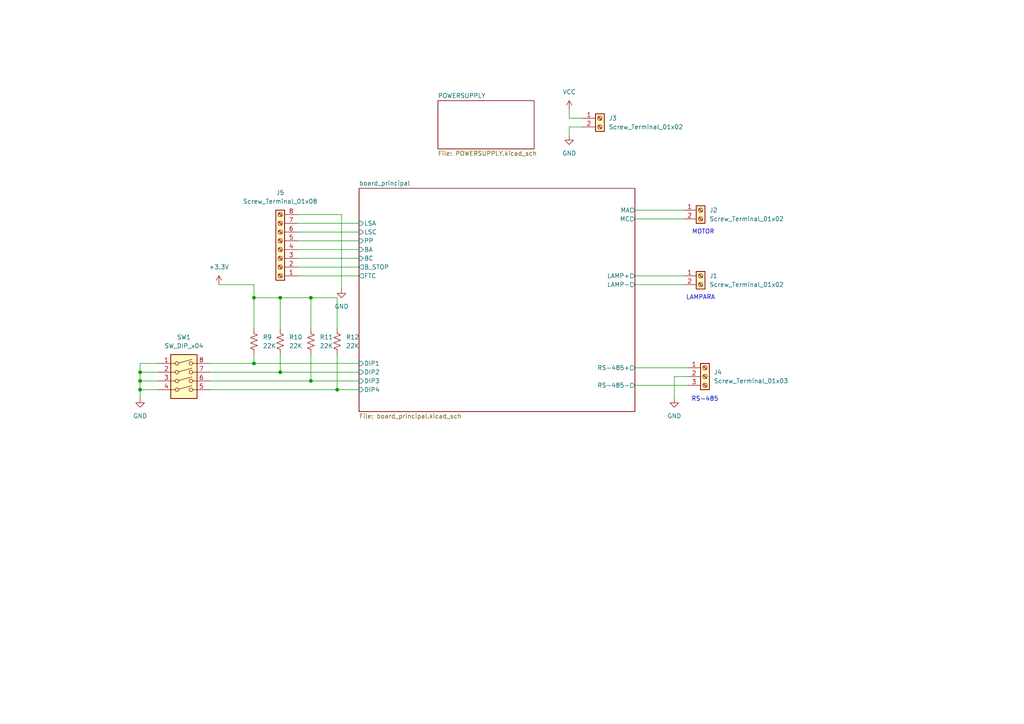
<source format=kicad_sch>
(kicad_sch
	(version 20250114)
	(generator "eeschema")
	(generator_version "9.0")
	(uuid "3dc9151e-2269-486b-a333-294da30e5c12")
	(paper "A4")
	(lib_symbols
		(symbol "Connector:Screw_Terminal_01x02"
			(pin_names
				(offset 1.016)
				(hide yes)
			)
			(exclude_from_sim no)
			(in_bom yes)
			(on_board yes)
			(property "Reference" "J"
				(at 0 2.54 0)
				(effects
					(font
						(size 1.27 1.27)
					)
				)
			)
			(property "Value" "Screw_Terminal_01x02"
				(at 0 -5.08 0)
				(effects
					(font
						(size 1.27 1.27)
					)
				)
			)
			(property "Footprint" ""
				(at 0 0 0)
				(effects
					(font
						(size 1.27 1.27)
					)
					(hide yes)
				)
			)
			(property "Datasheet" "~"
				(at 0 0 0)
				(effects
					(font
						(size 1.27 1.27)
					)
					(hide yes)
				)
			)
			(property "Description" "Generic screw terminal, single row, 01x02, script generated (kicad-library-utils/schlib/autogen/connector/)"
				(at 0 0 0)
				(effects
					(font
						(size 1.27 1.27)
					)
					(hide yes)
				)
			)
			(property "ki_keywords" "screw terminal"
				(at 0 0 0)
				(effects
					(font
						(size 1.27 1.27)
					)
					(hide yes)
				)
			)
			(property "ki_fp_filters" "TerminalBlock*:*"
				(at 0 0 0)
				(effects
					(font
						(size 1.27 1.27)
					)
					(hide yes)
				)
			)
			(symbol "Screw_Terminal_01x02_1_1"
				(rectangle
					(start -1.27 1.27)
					(end 1.27 -3.81)
					(stroke
						(width 0.254)
						(type default)
					)
					(fill
						(type background)
					)
				)
				(polyline
					(pts
						(xy -0.5334 0.3302) (xy 0.3302 -0.508)
					)
					(stroke
						(width 0.1524)
						(type default)
					)
					(fill
						(type none)
					)
				)
				(polyline
					(pts
						(xy -0.5334 -2.2098) (xy 0.3302 -3.048)
					)
					(stroke
						(width 0.1524)
						(type default)
					)
					(fill
						(type none)
					)
				)
				(polyline
					(pts
						(xy -0.3556 0.508) (xy 0.508 -0.3302)
					)
					(stroke
						(width 0.1524)
						(type default)
					)
					(fill
						(type none)
					)
				)
				(polyline
					(pts
						(xy -0.3556 -2.032) (xy 0.508 -2.8702)
					)
					(stroke
						(width 0.1524)
						(type default)
					)
					(fill
						(type none)
					)
				)
				(circle
					(center 0 0)
					(radius 0.635)
					(stroke
						(width 0.1524)
						(type default)
					)
					(fill
						(type none)
					)
				)
				(circle
					(center 0 -2.54)
					(radius 0.635)
					(stroke
						(width 0.1524)
						(type default)
					)
					(fill
						(type none)
					)
				)
				(pin passive line
					(at -5.08 0 0)
					(length 3.81)
					(name "Pin_1"
						(effects
							(font
								(size 1.27 1.27)
							)
						)
					)
					(number "1"
						(effects
							(font
								(size 1.27 1.27)
							)
						)
					)
				)
				(pin passive line
					(at -5.08 -2.54 0)
					(length 3.81)
					(name "Pin_2"
						(effects
							(font
								(size 1.27 1.27)
							)
						)
					)
					(number "2"
						(effects
							(font
								(size 1.27 1.27)
							)
						)
					)
				)
			)
			(embedded_fonts no)
		)
		(symbol "Connector:Screw_Terminal_01x03"
			(pin_names
				(offset 1.016)
				(hide yes)
			)
			(exclude_from_sim no)
			(in_bom yes)
			(on_board yes)
			(property "Reference" "J"
				(at 0 5.08 0)
				(effects
					(font
						(size 1.27 1.27)
					)
				)
			)
			(property "Value" "Screw_Terminal_01x03"
				(at 0 -5.08 0)
				(effects
					(font
						(size 1.27 1.27)
					)
				)
			)
			(property "Footprint" ""
				(at 0 0 0)
				(effects
					(font
						(size 1.27 1.27)
					)
					(hide yes)
				)
			)
			(property "Datasheet" "~"
				(at 0 0 0)
				(effects
					(font
						(size 1.27 1.27)
					)
					(hide yes)
				)
			)
			(property "Description" "Generic screw terminal, single row, 01x03, script generated (kicad-library-utils/schlib/autogen/connector/)"
				(at 0 0 0)
				(effects
					(font
						(size 1.27 1.27)
					)
					(hide yes)
				)
			)
			(property "ki_keywords" "screw terminal"
				(at 0 0 0)
				(effects
					(font
						(size 1.27 1.27)
					)
					(hide yes)
				)
			)
			(property "ki_fp_filters" "TerminalBlock*:*"
				(at 0 0 0)
				(effects
					(font
						(size 1.27 1.27)
					)
					(hide yes)
				)
			)
			(symbol "Screw_Terminal_01x03_1_1"
				(rectangle
					(start -1.27 3.81)
					(end 1.27 -3.81)
					(stroke
						(width 0.254)
						(type default)
					)
					(fill
						(type background)
					)
				)
				(polyline
					(pts
						(xy -0.5334 2.8702) (xy 0.3302 2.032)
					)
					(stroke
						(width 0.1524)
						(type default)
					)
					(fill
						(type none)
					)
				)
				(polyline
					(pts
						(xy -0.5334 0.3302) (xy 0.3302 -0.508)
					)
					(stroke
						(width 0.1524)
						(type default)
					)
					(fill
						(type none)
					)
				)
				(polyline
					(pts
						(xy -0.5334 -2.2098) (xy 0.3302 -3.048)
					)
					(stroke
						(width 0.1524)
						(type default)
					)
					(fill
						(type none)
					)
				)
				(polyline
					(pts
						(xy -0.3556 3.048) (xy 0.508 2.2098)
					)
					(stroke
						(width 0.1524)
						(type default)
					)
					(fill
						(type none)
					)
				)
				(polyline
					(pts
						(xy -0.3556 0.508) (xy 0.508 -0.3302)
					)
					(stroke
						(width 0.1524)
						(type default)
					)
					(fill
						(type none)
					)
				)
				(polyline
					(pts
						(xy -0.3556 -2.032) (xy 0.508 -2.8702)
					)
					(stroke
						(width 0.1524)
						(type default)
					)
					(fill
						(type none)
					)
				)
				(circle
					(center 0 2.54)
					(radius 0.635)
					(stroke
						(width 0.1524)
						(type default)
					)
					(fill
						(type none)
					)
				)
				(circle
					(center 0 0)
					(radius 0.635)
					(stroke
						(width 0.1524)
						(type default)
					)
					(fill
						(type none)
					)
				)
				(circle
					(center 0 -2.54)
					(radius 0.635)
					(stroke
						(width 0.1524)
						(type default)
					)
					(fill
						(type none)
					)
				)
				(pin passive line
					(at -5.08 2.54 0)
					(length 3.81)
					(name "Pin_1"
						(effects
							(font
								(size 1.27 1.27)
							)
						)
					)
					(number "1"
						(effects
							(font
								(size 1.27 1.27)
							)
						)
					)
				)
				(pin passive line
					(at -5.08 0 0)
					(length 3.81)
					(name "Pin_2"
						(effects
							(font
								(size 1.27 1.27)
							)
						)
					)
					(number "2"
						(effects
							(font
								(size 1.27 1.27)
							)
						)
					)
				)
				(pin passive line
					(at -5.08 -2.54 0)
					(length 3.81)
					(name "Pin_3"
						(effects
							(font
								(size 1.27 1.27)
							)
						)
					)
					(number "3"
						(effects
							(font
								(size 1.27 1.27)
							)
						)
					)
				)
			)
			(embedded_fonts no)
		)
		(symbol "Connector:Screw_Terminal_01x08"
			(pin_names
				(offset 1.016)
				(hide yes)
			)
			(exclude_from_sim no)
			(in_bom yes)
			(on_board yes)
			(property "Reference" "J"
				(at 0 10.16 0)
				(effects
					(font
						(size 1.27 1.27)
					)
				)
			)
			(property "Value" "Screw_Terminal_01x08"
				(at 0 -12.7 0)
				(effects
					(font
						(size 1.27 1.27)
					)
				)
			)
			(property "Footprint" ""
				(at 0 0 0)
				(effects
					(font
						(size 1.27 1.27)
					)
					(hide yes)
				)
			)
			(property "Datasheet" "~"
				(at 0 0 0)
				(effects
					(font
						(size 1.27 1.27)
					)
					(hide yes)
				)
			)
			(property "Description" "Generic screw terminal, single row, 01x08, script generated (kicad-library-utils/schlib/autogen/connector/)"
				(at 0 0 0)
				(effects
					(font
						(size 1.27 1.27)
					)
					(hide yes)
				)
			)
			(property "ki_keywords" "screw terminal"
				(at 0 0 0)
				(effects
					(font
						(size 1.27 1.27)
					)
					(hide yes)
				)
			)
			(property "ki_fp_filters" "TerminalBlock*:*"
				(at 0 0 0)
				(effects
					(font
						(size 1.27 1.27)
					)
					(hide yes)
				)
			)
			(symbol "Screw_Terminal_01x08_1_1"
				(rectangle
					(start -1.27 8.89)
					(end 1.27 -11.43)
					(stroke
						(width 0.254)
						(type default)
					)
					(fill
						(type background)
					)
				)
				(polyline
					(pts
						(xy -0.5334 7.9502) (xy 0.3302 7.112)
					)
					(stroke
						(width 0.1524)
						(type default)
					)
					(fill
						(type none)
					)
				)
				(polyline
					(pts
						(xy -0.5334 5.4102) (xy 0.3302 4.572)
					)
					(stroke
						(width 0.1524)
						(type default)
					)
					(fill
						(type none)
					)
				)
				(polyline
					(pts
						(xy -0.5334 2.8702) (xy 0.3302 2.032)
					)
					(stroke
						(width 0.1524)
						(type default)
					)
					(fill
						(type none)
					)
				)
				(polyline
					(pts
						(xy -0.5334 0.3302) (xy 0.3302 -0.508)
					)
					(stroke
						(width 0.1524)
						(type default)
					)
					(fill
						(type none)
					)
				)
				(polyline
					(pts
						(xy -0.5334 -2.2098) (xy 0.3302 -3.048)
					)
					(stroke
						(width 0.1524)
						(type default)
					)
					(fill
						(type none)
					)
				)
				(polyline
					(pts
						(xy -0.5334 -4.7498) (xy 0.3302 -5.588)
					)
					(stroke
						(width 0.1524)
						(type default)
					)
					(fill
						(type none)
					)
				)
				(polyline
					(pts
						(xy -0.5334 -7.2898) (xy 0.3302 -8.128)
					)
					(stroke
						(width 0.1524)
						(type default)
					)
					(fill
						(type none)
					)
				)
				(polyline
					(pts
						(xy -0.5334 -9.8298) (xy 0.3302 -10.668)
					)
					(stroke
						(width 0.1524)
						(type default)
					)
					(fill
						(type none)
					)
				)
				(polyline
					(pts
						(xy -0.3556 8.128) (xy 0.508 7.2898)
					)
					(stroke
						(width 0.1524)
						(type default)
					)
					(fill
						(type none)
					)
				)
				(polyline
					(pts
						(xy -0.3556 5.588) (xy 0.508 4.7498)
					)
					(stroke
						(width 0.1524)
						(type default)
					)
					(fill
						(type none)
					)
				)
				(polyline
					(pts
						(xy -0.3556 3.048) (xy 0.508 2.2098)
					)
					(stroke
						(width 0.1524)
						(type default)
					)
					(fill
						(type none)
					)
				)
				(polyline
					(pts
						(xy -0.3556 0.508) (xy 0.508 -0.3302)
					)
					(stroke
						(width 0.1524)
						(type default)
					)
					(fill
						(type none)
					)
				)
				(polyline
					(pts
						(xy -0.3556 -2.032) (xy 0.508 -2.8702)
					)
					(stroke
						(width 0.1524)
						(type default)
					)
					(fill
						(type none)
					)
				)
				(polyline
					(pts
						(xy -0.3556 -4.572) (xy 0.508 -5.4102)
					)
					(stroke
						(width 0.1524)
						(type default)
					)
					(fill
						(type none)
					)
				)
				(polyline
					(pts
						(xy -0.3556 -7.112) (xy 0.508 -7.9502)
					)
					(stroke
						(width 0.1524)
						(type default)
					)
					(fill
						(type none)
					)
				)
				(polyline
					(pts
						(xy -0.3556 -9.652) (xy 0.508 -10.4902)
					)
					(stroke
						(width 0.1524)
						(type default)
					)
					(fill
						(type none)
					)
				)
				(circle
					(center 0 7.62)
					(radius 0.635)
					(stroke
						(width 0.1524)
						(type default)
					)
					(fill
						(type none)
					)
				)
				(circle
					(center 0 5.08)
					(radius 0.635)
					(stroke
						(width 0.1524)
						(type default)
					)
					(fill
						(type none)
					)
				)
				(circle
					(center 0 2.54)
					(radius 0.635)
					(stroke
						(width 0.1524)
						(type default)
					)
					(fill
						(type none)
					)
				)
				(circle
					(center 0 0)
					(radius 0.635)
					(stroke
						(width 0.1524)
						(type default)
					)
					(fill
						(type none)
					)
				)
				(circle
					(center 0 -2.54)
					(radius 0.635)
					(stroke
						(width 0.1524)
						(type default)
					)
					(fill
						(type none)
					)
				)
				(circle
					(center 0 -5.08)
					(radius 0.635)
					(stroke
						(width 0.1524)
						(type default)
					)
					(fill
						(type none)
					)
				)
				(circle
					(center 0 -7.62)
					(radius 0.635)
					(stroke
						(width 0.1524)
						(type default)
					)
					(fill
						(type none)
					)
				)
				(circle
					(center 0 -10.16)
					(radius 0.635)
					(stroke
						(width 0.1524)
						(type default)
					)
					(fill
						(type none)
					)
				)
				(pin passive line
					(at -5.08 7.62 0)
					(length 3.81)
					(name "Pin_1"
						(effects
							(font
								(size 1.27 1.27)
							)
						)
					)
					(number "1"
						(effects
							(font
								(size 1.27 1.27)
							)
						)
					)
				)
				(pin passive line
					(at -5.08 5.08 0)
					(length 3.81)
					(name "Pin_2"
						(effects
							(font
								(size 1.27 1.27)
							)
						)
					)
					(number "2"
						(effects
							(font
								(size 1.27 1.27)
							)
						)
					)
				)
				(pin passive line
					(at -5.08 2.54 0)
					(length 3.81)
					(name "Pin_3"
						(effects
							(font
								(size 1.27 1.27)
							)
						)
					)
					(number "3"
						(effects
							(font
								(size 1.27 1.27)
							)
						)
					)
				)
				(pin passive line
					(at -5.08 0 0)
					(length 3.81)
					(name "Pin_4"
						(effects
							(font
								(size 1.27 1.27)
							)
						)
					)
					(number "4"
						(effects
							(font
								(size 1.27 1.27)
							)
						)
					)
				)
				(pin passive line
					(at -5.08 -2.54 0)
					(length 3.81)
					(name "Pin_5"
						(effects
							(font
								(size 1.27 1.27)
							)
						)
					)
					(number "5"
						(effects
							(font
								(size 1.27 1.27)
							)
						)
					)
				)
				(pin passive line
					(at -5.08 -5.08 0)
					(length 3.81)
					(name "Pin_6"
						(effects
							(font
								(size 1.27 1.27)
							)
						)
					)
					(number "6"
						(effects
							(font
								(size 1.27 1.27)
							)
						)
					)
				)
				(pin passive line
					(at -5.08 -7.62 0)
					(length 3.81)
					(name "Pin_7"
						(effects
							(font
								(size 1.27 1.27)
							)
						)
					)
					(number "7"
						(effects
							(font
								(size 1.27 1.27)
							)
						)
					)
				)
				(pin passive line
					(at -5.08 -10.16 0)
					(length 3.81)
					(name "Pin_8"
						(effects
							(font
								(size 1.27 1.27)
							)
						)
					)
					(number "8"
						(effects
							(font
								(size 1.27 1.27)
							)
						)
					)
				)
			)
			(embedded_fonts no)
		)
		(symbol "Device:R_US"
			(pin_numbers
				(hide yes)
			)
			(pin_names
				(offset 0)
			)
			(exclude_from_sim no)
			(in_bom yes)
			(on_board yes)
			(property "Reference" "R"
				(at 2.54 0 90)
				(effects
					(font
						(size 1.27 1.27)
					)
				)
			)
			(property "Value" "R_US"
				(at -2.54 0 90)
				(effects
					(font
						(size 1.27 1.27)
					)
				)
			)
			(property "Footprint" ""
				(at 1.016 -0.254 90)
				(effects
					(font
						(size 1.27 1.27)
					)
					(hide yes)
				)
			)
			(property "Datasheet" "~"
				(at 0 0 0)
				(effects
					(font
						(size 1.27 1.27)
					)
					(hide yes)
				)
			)
			(property "Description" "Resistor, US symbol"
				(at 0 0 0)
				(effects
					(font
						(size 1.27 1.27)
					)
					(hide yes)
				)
			)
			(property "ki_keywords" "R res resistor"
				(at 0 0 0)
				(effects
					(font
						(size 1.27 1.27)
					)
					(hide yes)
				)
			)
			(property "ki_fp_filters" "R_*"
				(at 0 0 0)
				(effects
					(font
						(size 1.27 1.27)
					)
					(hide yes)
				)
			)
			(symbol "R_US_0_1"
				(polyline
					(pts
						(xy 0 2.286) (xy 0 2.54)
					)
					(stroke
						(width 0)
						(type default)
					)
					(fill
						(type none)
					)
				)
				(polyline
					(pts
						(xy 0 2.286) (xy 1.016 1.905) (xy 0 1.524) (xy -1.016 1.143) (xy 0 0.762)
					)
					(stroke
						(width 0)
						(type default)
					)
					(fill
						(type none)
					)
				)
				(polyline
					(pts
						(xy 0 0.762) (xy 1.016 0.381) (xy 0 0) (xy -1.016 -0.381) (xy 0 -0.762)
					)
					(stroke
						(width 0)
						(type default)
					)
					(fill
						(type none)
					)
				)
				(polyline
					(pts
						(xy 0 -0.762) (xy 1.016 -1.143) (xy 0 -1.524) (xy -1.016 -1.905) (xy 0 -2.286)
					)
					(stroke
						(width 0)
						(type default)
					)
					(fill
						(type none)
					)
				)
				(polyline
					(pts
						(xy 0 -2.286) (xy 0 -2.54)
					)
					(stroke
						(width 0)
						(type default)
					)
					(fill
						(type none)
					)
				)
			)
			(symbol "R_US_1_1"
				(pin passive line
					(at 0 3.81 270)
					(length 1.27)
					(name "~"
						(effects
							(font
								(size 1.27 1.27)
							)
						)
					)
					(number "1"
						(effects
							(font
								(size 1.27 1.27)
							)
						)
					)
				)
				(pin passive line
					(at 0 -3.81 90)
					(length 1.27)
					(name "~"
						(effects
							(font
								(size 1.27 1.27)
							)
						)
					)
					(number "2"
						(effects
							(font
								(size 1.27 1.27)
							)
						)
					)
				)
			)
			(embedded_fonts no)
		)
		(symbol "Switch:SW_DIP_x04"
			(pin_names
				(offset 0)
				(hide yes)
			)
			(exclude_from_sim no)
			(in_bom yes)
			(on_board yes)
			(property "Reference" "SW"
				(at 0 8.89 0)
				(effects
					(font
						(size 1.27 1.27)
					)
				)
			)
			(property "Value" "SW_DIP_x04"
				(at 0 -6.35 0)
				(effects
					(font
						(size 1.27 1.27)
					)
				)
			)
			(property "Footprint" ""
				(at 0 0 0)
				(effects
					(font
						(size 1.27 1.27)
					)
					(hide yes)
				)
			)
			(property "Datasheet" "~"
				(at 0 0 0)
				(effects
					(font
						(size 1.27 1.27)
					)
					(hide yes)
				)
			)
			(property "Description" "4x DIP Switch, Single Pole Single Throw (SPST) switch, small symbol"
				(at 0 0 0)
				(effects
					(font
						(size 1.27 1.27)
					)
					(hide yes)
				)
			)
			(property "ki_keywords" "dip switch"
				(at 0 0 0)
				(effects
					(font
						(size 1.27 1.27)
					)
					(hide yes)
				)
			)
			(property "ki_fp_filters" "SW?DIP?x4*"
				(at 0 0 0)
				(effects
					(font
						(size 1.27 1.27)
					)
					(hide yes)
				)
			)
			(symbol "SW_DIP_x04_0_0"
				(circle
					(center -2.032 5.08)
					(radius 0.508)
					(stroke
						(width 0)
						(type default)
					)
					(fill
						(type none)
					)
				)
				(circle
					(center -2.032 2.54)
					(radius 0.508)
					(stroke
						(width 0)
						(type default)
					)
					(fill
						(type none)
					)
				)
				(circle
					(center -2.032 0)
					(radius 0.508)
					(stroke
						(width 0)
						(type default)
					)
					(fill
						(type none)
					)
				)
				(circle
					(center -2.032 -2.54)
					(radius 0.508)
					(stroke
						(width 0)
						(type default)
					)
					(fill
						(type none)
					)
				)
				(polyline
					(pts
						(xy -1.524 5.207) (xy 2.3622 6.2484)
					)
					(stroke
						(width 0)
						(type default)
					)
					(fill
						(type none)
					)
				)
				(polyline
					(pts
						(xy -1.524 2.667) (xy 2.3622 3.7084)
					)
					(stroke
						(width 0)
						(type default)
					)
					(fill
						(type none)
					)
				)
				(polyline
					(pts
						(xy -1.524 0.127) (xy 2.3622 1.1684)
					)
					(stroke
						(width 0)
						(type default)
					)
					(fill
						(type none)
					)
				)
				(polyline
					(pts
						(xy -1.524 -2.3876) (xy 2.3622 -1.3462)
					)
					(stroke
						(width 0)
						(type default)
					)
					(fill
						(type none)
					)
				)
				(circle
					(center 2.032 5.08)
					(radius 0.508)
					(stroke
						(width 0)
						(type default)
					)
					(fill
						(type none)
					)
				)
				(circle
					(center 2.032 2.54)
					(radius 0.508)
					(stroke
						(width 0)
						(type default)
					)
					(fill
						(type none)
					)
				)
				(circle
					(center 2.032 0)
					(radius 0.508)
					(stroke
						(width 0)
						(type default)
					)
					(fill
						(type none)
					)
				)
				(circle
					(center 2.032 -2.54)
					(radius 0.508)
					(stroke
						(width 0)
						(type default)
					)
					(fill
						(type none)
					)
				)
			)
			(symbol "SW_DIP_x04_0_1"
				(rectangle
					(start -3.81 7.62)
					(end 3.81 -5.08)
					(stroke
						(width 0.254)
						(type default)
					)
					(fill
						(type background)
					)
				)
			)
			(symbol "SW_DIP_x04_1_1"
				(pin passive line
					(at -7.62 5.08 0)
					(length 5.08)
					(name "~"
						(effects
							(font
								(size 1.27 1.27)
							)
						)
					)
					(number "1"
						(effects
							(font
								(size 1.27 1.27)
							)
						)
					)
				)
				(pin passive line
					(at -7.62 2.54 0)
					(length 5.08)
					(name "~"
						(effects
							(font
								(size 1.27 1.27)
							)
						)
					)
					(number "2"
						(effects
							(font
								(size 1.27 1.27)
							)
						)
					)
				)
				(pin passive line
					(at -7.62 0 0)
					(length 5.08)
					(name "~"
						(effects
							(font
								(size 1.27 1.27)
							)
						)
					)
					(number "3"
						(effects
							(font
								(size 1.27 1.27)
							)
						)
					)
				)
				(pin passive line
					(at -7.62 -2.54 0)
					(length 5.08)
					(name "~"
						(effects
							(font
								(size 1.27 1.27)
							)
						)
					)
					(number "4"
						(effects
							(font
								(size 1.27 1.27)
							)
						)
					)
				)
				(pin passive line
					(at 7.62 5.08 180)
					(length 5.08)
					(name "~"
						(effects
							(font
								(size 1.27 1.27)
							)
						)
					)
					(number "8"
						(effects
							(font
								(size 1.27 1.27)
							)
						)
					)
				)
				(pin passive line
					(at 7.62 2.54 180)
					(length 5.08)
					(name "~"
						(effects
							(font
								(size 1.27 1.27)
							)
						)
					)
					(number "7"
						(effects
							(font
								(size 1.27 1.27)
							)
						)
					)
				)
				(pin passive line
					(at 7.62 0 180)
					(length 5.08)
					(name "~"
						(effects
							(font
								(size 1.27 1.27)
							)
						)
					)
					(number "6"
						(effects
							(font
								(size 1.27 1.27)
							)
						)
					)
				)
				(pin passive line
					(at 7.62 -2.54 180)
					(length 5.08)
					(name "~"
						(effects
							(font
								(size 1.27 1.27)
							)
						)
					)
					(number "5"
						(effects
							(font
								(size 1.27 1.27)
							)
						)
					)
				)
			)
			(embedded_fonts no)
		)
		(symbol "power:+3.3V"
			(power)
			(pin_numbers
				(hide yes)
			)
			(pin_names
				(offset 0)
				(hide yes)
			)
			(exclude_from_sim no)
			(in_bom yes)
			(on_board yes)
			(property "Reference" "#PWR"
				(at 0 -3.81 0)
				(effects
					(font
						(size 1.27 1.27)
					)
					(hide yes)
				)
			)
			(property "Value" "+3.3V"
				(at 0 3.556 0)
				(effects
					(font
						(size 1.27 1.27)
					)
				)
			)
			(property "Footprint" ""
				(at 0 0 0)
				(effects
					(font
						(size 1.27 1.27)
					)
					(hide yes)
				)
			)
			(property "Datasheet" ""
				(at 0 0 0)
				(effects
					(font
						(size 1.27 1.27)
					)
					(hide yes)
				)
			)
			(property "Description" "Power symbol creates a global label with name \"+3.3V\""
				(at 0 0 0)
				(effects
					(font
						(size 1.27 1.27)
					)
					(hide yes)
				)
			)
			(property "ki_keywords" "global power"
				(at 0 0 0)
				(effects
					(font
						(size 1.27 1.27)
					)
					(hide yes)
				)
			)
			(symbol "+3.3V_0_1"
				(polyline
					(pts
						(xy -0.762 1.27) (xy 0 2.54)
					)
					(stroke
						(width 0)
						(type default)
					)
					(fill
						(type none)
					)
				)
				(polyline
					(pts
						(xy 0 2.54) (xy 0.762 1.27)
					)
					(stroke
						(width 0)
						(type default)
					)
					(fill
						(type none)
					)
				)
				(polyline
					(pts
						(xy 0 0) (xy 0 2.54)
					)
					(stroke
						(width 0)
						(type default)
					)
					(fill
						(type none)
					)
				)
			)
			(symbol "+3.3V_1_1"
				(pin power_in line
					(at 0 0 90)
					(length 0)
					(name "~"
						(effects
							(font
								(size 1.27 1.27)
							)
						)
					)
					(number "1"
						(effects
							(font
								(size 1.27 1.27)
							)
						)
					)
				)
			)
			(embedded_fonts no)
		)
		(symbol "power:GND"
			(power)
			(pin_numbers
				(hide yes)
			)
			(pin_names
				(offset 0)
				(hide yes)
			)
			(exclude_from_sim no)
			(in_bom yes)
			(on_board yes)
			(property "Reference" "#PWR"
				(at 0 -6.35 0)
				(effects
					(font
						(size 1.27 1.27)
					)
					(hide yes)
				)
			)
			(property "Value" "GND"
				(at 0 -3.81 0)
				(effects
					(font
						(size 1.27 1.27)
					)
				)
			)
			(property "Footprint" ""
				(at 0 0 0)
				(effects
					(font
						(size 1.27 1.27)
					)
					(hide yes)
				)
			)
			(property "Datasheet" ""
				(at 0 0 0)
				(effects
					(font
						(size 1.27 1.27)
					)
					(hide yes)
				)
			)
			(property "Description" "Power symbol creates a global label with name \"GND\" , ground"
				(at 0 0 0)
				(effects
					(font
						(size 1.27 1.27)
					)
					(hide yes)
				)
			)
			(property "ki_keywords" "global power"
				(at 0 0 0)
				(effects
					(font
						(size 1.27 1.27)
					)
					(hide yes)
				)
			)
			(symbol "GND_0_1"
				(polyline
					(pts
						(xy 0 0) (xy 0 -1.27) (xy 1.27 -1.27) (xy 0 -2.54) (xy -1.27 -1.27) (xy 0 -1.27)
					)
					(stroke
						(width 0)
						(type default)
					)
					(fill
						(type none)
					)
				)
			)
			(symbol "GND_1_1"
				(pin power_in line
					(at 0 0 270)
					(length 0)
					(name "~"
						(effects
							(font
								(size 1.27 1.27)
							)
						)
					)
					(number "1"
						(effects
							(font
								(size 1.27 1.27)
							)
						)
					)
				)
			)
			(embedded_fonts no)
		)
		(symbol "power:VCC"
			(power)
			(pin_numbers
				(hide yes)
			)
			(pin_names
				(offset 0)
				(hide yes)
			)
			(exclude_from_sim no)
			(in_bom yes)
			(on_board yes)
			(property "Reference" "#PWR"
				(at 0 -3.81 0)
				(effects
					(font
						(size 1.27 1.27)
					)
					(hide yes)
				)
			)
			(property "Value" "VCC"
				(at 0 3.556 0)
				(effects
					(font
						(size 1.27 1.27)
					)
				)
			)
			(property "Footprint" ""
				(at 0 0 0)
				(effects
					(font
						(size 1.27 1.27)
					)
					(hide yes)
				)
			)
			(property "Datasheet" ""
				(at 0 0 0)
				(effects
					(font
						(size 1.27 1.27)
					)
					(hide yes)
				)
			)
			(property "Description" "Power symbol creates a global label with name \"VCC\""
				(at 0 0 0)
				(effects
					(font
						(size 1.27 1.27)
					)
					(hide yes)
				)
			)
			(property "ki_keywords" "global power"
				(at 0 0 0)
				(effects
					(font
						(size 1.27 1.27)
					)
					(hide yes)
				)
			)
			(symbol "VCC_0_1"
				(polyline
					(pts
						(xy -0.762 1.27) (xy 0 2.54)
					)
					(stroke
						(width 0)
						(type default)
					)
					(fill
						(type none)
					)
				)
				(polyline
					(pts
						(xy 0 2.54) (xy 0.762 1.27)
					)
					(stroke
						(width 0)
						(type default)
					)
					(fill
						(type none)
					)
				)
				(polyline
					(pts
						(xy 0 0) (xy 0 2.54)
					)
					(stroke
						(width 0)
						(type default)
					)
					(fill
						(type none)
					)
				)
			)
			(symbol "VCC_1_1"
				(pin power_in line
					(at 0 0 90)
					(length 0)
					(name "~"
						(effects
							(font
								(size 1.27 1.27)
							)
						)
					)
					(number "1"
						(effects
							(font
								(size 1.27 1.27)
							)
						)
					)
				)
			)
			(embedded_fonts no)
		)
	)
	(text "LAMPARA\n"
		(exclude_from_sim no)
		(at 203.2 86.36 0)
		(effects
			(font
				(size 1.27 1.27)
			)
		)
		(uuid "7527526b-5933-4505-ba9c-f2ed51149138")
	)
	(text "RS-485\n"
		(exclude_from_sim no)
		(at 204.47 115.824 0)
		(effects
			(font
				(size 1.27 1.27)
			)
		)
		(uuid "b171a821-ddc0-4bb7-b1ef-5ceb80a1e802")
	)
	(text "MOTOR\n"
		(exclude_from_sim no)
		(at 203.962 67.31 0)
		(effects
			(font
				(size 1.27 1.27)
			)
		)
		(uuid "f52ea36f-03b1-43ef-8e9f-1cdac815f7c5")
	)
	(junction
		(at 81.28 107.95)
		(diameter 0)
		(color 0 0 0 0)
		(uuid "37f88162-094f-448f-b7ca-73ebd61e3996")
	)
	(junction
		(at 90.17 110.49)
		(diameter 0)
		(color 0 0 0 0)
		(uuid "504f079e-8e21-41f0-9ab5-5ca604ba0960")
	)
	(junction
		(at 81.28 86.36)
		(diameter 0)
		(color 0 0 0 0)
		(uuid "805f651c-4d0d-425c-ad1c-d63c36445108")
	)
	(junction
		(at 73.66 105.41)
		(diameter 0)
		(color 0 0 0 0)
		(uuid "8f78242d-6231-4bde-ac4c-770e07c363b9")
	)
	(junction
		(at 97.79 113.03)
		(diameter 0)
		(color 0 0 0 0)
		(uuid "c0c390d5-f192-4992-8467-a5c431ba3813")
	)
	(junction
		(at 40.64 107.95)
		(diameter 0)
		(color 0 0 0 0)
		(uuid "dbfc2d9d-a680-40b6-bcfd-1806888206b6")
	)
	(junction
		(at 40.64 110.49)
		(diameter 0)
		(color 0 0 0 0)
		(uuid "df37c986-6ca0-40dc-a20e-7229edfa68bf")
	)
	(junction
		(at 40.64 113.03)
		(diameter 0)
		(color 0 0 0 0)
		(uuid "e1353061-710e-4653-9873-80075536bf9e")
	)
	(junction
		(at 90.17 86.36)
		(diameter 0)
		(color 0 0 0 0)
		(uuid "e8d6e3e0-d5fa-4f27-b51d-5a06115111d7")
	)
	(junction
		(at 73.66 86.36)
		(diameter 0)
		(color 0 0 0 0)
		(uuid "fd99ad99-3443-42ba-a648-08aa02784702")
	)
	(wire
		(pts
			(xy 184.15 82.55) (xy 198.12 82.55)
		)
		(stroke
			(width 0)
			(type default)
		)
		(uuid "02e137f4-a8a4-4485-8433-e2eb76f09840")
	)
	(wire
		(pts
			(xy 168.91 34.29) (xy 165.1 34.29)
		)
		(stroke
			(width 0)
			(type default)
		)
		(uuid "0856a3f9-d0d0-4538-a534-107f3b1dbb8f")
	)
	(wire
		(pts
			(xy 86.36 67.31) (xy 104.14 67.31)
		)
		(stroke
			(width 0)
			(type default)
		)
		(uuid "1113c897-2967-4f59-bdd9-565148b694c0")
	)
	(wire
		(pts
			(xy 81.28 86.36) (xy 90.17 86.36)
		)
		(stroke
			(width 0)
			(type default)
		)
		(uuid "14182bc1-f4c7-4ab8-b2a9-a528cd68066b")
	)
	(wire
		(pts
			(xy 90.17 102.87) (xy 90.17 110.49)
		)
		(stroke
			(width 0)
			(type default)
		)
		(uuid "194e7eee-bcd9-4973-8ff0-2e72b847809c")
	)
	(wire
		(pts
			(xy 45.72 105.41) (xy 40.64 105.41)
		)
		(stroke
			(width 0)
			(type default)
		)
		(uuid "1d8035e4-d364-4150-ab18-85d01be94b47")
	)
	(wire
		(pts
			(xy 40.64 110.49) (xy 40.64 113.03)
		)
		(stroke
			(width 0)
			(type default)
		)
		(uuid "239c6c18-0684-4e5d-9753-7009491ee1c7")
	)
	(wire
		(pts
			(xy 60.96 105.41) (xy 73.66 105.41)
		)
		(stroke
			(width 0)
			(type default)
		)
		(uuid "2ab674ac-7c01-4ac1-bc6b-b08173f5fe59")
	)
	(wire
		(pts
			(xy 73.66 102.87) (xy 73.66 105.41)
		)
		(stroke
			(width 0)
			(type default)
		)
		(uuid "2ab7e847-24d0-4c6a-a1f8-3f2222eaf223")
	)
	(wire
		(pts
			(xy 97.79 102.87) (xy 97.79 113.03)
		)
		(stroke
			(width 0)
			(type default)
		)
		(uuid "2b3bbd63-d833-4a1b-aad3-df47b88b8ce8")
	)
	(wire
		(pts
			(xy 81.28 95.25) (xy 81.28 86.36)
		)
		(stroke
			(width 0)
			(type default)
		)
		(uuid "32407328-97eb-4680-8846-bb6e8a944623")
	)
	(wire
		(pts
			(xy 184.15 63.5) (xy 198.12 63.5)
		)
		(stroke
			(width 0)
			(type default)
		)
		(uuid "4313a2f4-8ae6-4f42-9cb5-f6199a82e2be")
	)
	(wire
		(pts
			(xy 184.15 106.68) (xy 199.39 106.68)
		)
		(stroke
			(width 0)
			(type default)
		)
		(uuid "44e5ae1f-34bf-491b-8843-836e32d7e02b")
	)
	(wire
		(pts
			(xy 195.58 115.57) (xy 195.58 109.22)
		)
		(stroke
			(width 0)
			(type default)
		)
		(uuid "4c236b97-4d75-4bf0-9141-d28ea345f9f6")
	)
	(wire
		(pts
			(xy 86.36 69.85) (xy 104.14 69.85)
		)
		(stroke
			(width 0)
			(type default)
		)
		(uuid "500d953e-e2f0-4608-8f5a-c0b6a17a215d")
	)
	(wire
		(pts
			(xy 184.15 80.01) (xy 198.12 80.01)
		)
		(stroke
			(width 0)
			(type default)
		)
		(uuid "5167b6c0-b282-4a39-90f9-51798e397a28")
	)
	(wire
		(pts
			(xy 45.72 110.49) (xy 40.64 110.49)
		)
		(stroke
			(width 0)
			(type default)
		)
		(uuid "5260b03c-7e48-4749-99a5-3693a89cf70b")
	)
	(wire
		(pts
			(xy 81.28 102.87) (xy 81.28 107.95)
		)
		(stroke
			(width 0)
			(type default)
		)
		(uuid "597710c0-c852-4f1b-9758-490b8fd19509")
	)
	(wire
		(pts
			(xy 45.72 113.03) (xy 40.64 113.03)
		)
		(stroke
			(width 0)
			(type default)
		)
		(uuid "5f2a22fc-719d-43ff-a793-13665fe14e3f")
	)
	(wire
		(pts
			(xy 97.79 95.25) (xy 97.79 86.36)
		)
		(stroke
			(width 0)
			(type default)
		)
		(uuid "65e87a57-5550-483a-89d2-74279b013cb3")
	)
	(wire
		(pts
			(xy 86.36 64.77) (xy 104.14 64.77)
		)
		(stroke
			(width 0)
			(type default)
		)
		(uuid "67fa51d9-2606-450e-8d1f-19adc9bcfcf7")
	)
	(wire
		(pts
			(xy 60.96 113.03) (xy 97.79 113.03)
		)
		(stroke
			(width 0)
			(type default)
		)
		(uuid "68eb572a-ac45-4735-b020-52a635324c50")
	)
	(wire
		(pts
			(xy 73.66 105.41) (xy 104.14 105.41)
		)
		(stroke
			(width 0)
			(type default)
		)
		(uuid "6a341281-2639-4320-9d30-f90612a769bd")
	)
	(wire
		(pts
			(xy 90.17 110.49) (xy 104.14 110.49)
		)
		(stroke
			(width 0)
			(type default)
		)
		(uuid "6e7ac0ae-c80c-42b0-a17f-8028db59c394")
	)
	(wire
		(pts
			(xy 60.96 107.95) (xy 81.28 107.95)
		)
		(stroke
			(width 0)
			(type default)
		)
		(uuid "70e0295a-17d6-4690-bc0c-09018456c4e2")
	)
	(wire
		(pts
			(xy 60.96 110.49) (xy 90.17 110.49)
		)
		(stroke
			(width 0)
			(type default)
		)
		(uuid "73f69292-cd54-4331-9968-11f3bb57d93c")
	)
	(wire
		(pts
			(xy 86.36 72.39) (xy 104.14 72.39)
		)
		(stroke
			(width 0)
			(type default)
		)
		(uuid "777139be-6359-4a89-a987-38e57c3bce39")
	)
	(wire
		(pts
			(xy 168.91 36.83) (xy 165.1 36.83)
		)
		(stroke
			(width 0)
			(type default)
		)
		(uuid "7f829d89-506f-4568-a743-581f43f263ad")
	)
	(wire
		(pts
			(xy 86.36 77.47) (xy 104.14 77.47)
		)
		(stroke
			(width 0)
			(type default)
		)
		(uuid "811415c5-ac25-40a1-bbba-1a175ebc853f")
	)
	(wire
		(pts
			(xy 40.64 113.03) (xy 40.64 115.57)
		)
		(stroke
			(width 0)
			(type default)
		)
		(uuid "8883f509-06ca-4eac-81a4-442e2a8c1e6c")
	)
	(wire
		(pts
			(xy 90.17 95.25) (xy 90.17 86.36)
		)
		(stroke
			(width 0)
			(type default)
		)
		(uuid "90468f5c-f844-47e9-aae8-d6c26745957b")
	)
	(wire
		(pts
			(xy 73.66 82.55) (xy 63.5 82.55)
		)
		(stroke
			(width 0)
			(type default)
		)
		(uuid "93a95c38-e8a0-4b69-b0dc-71e600ddf81e")
	)
	(wire
		(pts
			(xy 40.64 105.41) (xy 40.64 107.95)
		)
		(stroke
			(width 0)
			(type default)
		)
		(uuid "9bba567e-00fc-40a3-98dd-1cbe945e8b41")
	)
	(wire
		(pts
			(xy 165.1 36.83) (xy 165.1 39.37)
		)
		(stroke
			(width 0)
			(type default)
		)
		(uuid "9dd2b6b2-9ec5-4422-ae77-ce5bab49ba1e")
	)
	(wire
		(pts
			(xy 86.36 74.93) (xy 104.14 74.93)
		)
		(stroke
			(width 0)
			(type default)
		)
		(uuid "aac34f03-b59e-43f5-bd45-6a64514a83c2")
	)
	(wire
		(pts
			(xy 81.28 107.95) (xy 104.14 107.95)
		)
		(stroke
			(width 0)
			(type default)
		)
		(uuid "b3b573da-be8f-4532-979d-e2da85bb9eb3")
	)
	(wire
		(pts
			(xy 184.15 60.96) (xy 198.12 60.96)
		)
		(stroke
			(width 0)
			(type default)
		)
		(uuid "b40e59ef-2601-487d-aa8d-c8bb230a7d25")
	)
	(wire
		(pts
			(xy 81.28 86.36) (xy 73.66 86.36)
		)
		(stroke
			(width 0)
			(type default)
		)
		(uuid "b5036c3c-f7b7-4b92-95f7-22eb71002049")
	)
	(wire
		(pts
			(xy 165.1 34.29) (xy 165.1 31.75)
		)
		(stroke
			(width 0)
			(type default)
		)
		(uuid "b8e29dfa-245a-4eff-8036-d84772fb26b3")
	)
	(wire
		(pts
			(xy 73.66 86.36) (xy 73.66 95.25)
		)
		(stroke
			(width 0)
			(type default)
		)
		(uuid "be4750e9-afbd-4e55-aa25-377de6a4e115")
	)
	(wire
		(pts
			(xy 40.64 107.95) (xy 40.64 110.49)
		)
		(stroke
			(width 0)
			(type default)
		)
		(uuid "c0b2b8f1-08f5-49e2-81da-3b49330a8ea5")
	)
	(wire
		(pts
			(xy 86.36 80.01) (xy 104.14 80.01)
		)
		(stroke
			(width 0)
			(type default)
		)
		(uuid "c9d61f06-7819-422e-9301-0ae7d1c42805")
	)
	(wire
		(pts
			(xy 73.66 82.55) (xy 73.66 86.36)
		)
		(stroke
			(width 0)
			(type default)
		)
		(uuid "cb382382-e527-45ae-987b-a931df7fab83")
	)
	(wire
		(pts
			(xy 99.06 62.23) (xy 99.06 83.82)
		)
		(stroke
			(width 0)
			(type default)
		)
		(uuid "d4c5f7b9-0b2b-4d06-b1c0-555a2257230b")
	)
	(wire
		(pts
			(xy 90.17 86.36) (xy 97.79 86.36)
		)
		(stroke
			(width 0)
			(type default)
		)
		(uuid "d8393299-21dc-4e18-87fd-b482ef9461c5")
	)
	(wire
		(pts
			(xy 45.72 107.95) (xy 40.64 107.95)
		)
		(stroke
			(width 0)
			(type default)
		)
		(uuid "e1cb75d7-6ea9-4723-b597-302c5dfef733")
	)
	(wire
		(pts
			(xy 195.58 109.22) (xy 199.39 109.22)
		)
		(stroke
			(width 0)
			(type default)
		)
		(uuid "e4a80ce3-441f-4952-b272-fbb1f5337ea2")
	)
	(wire
		(pts
			(xy 86.36 62.23) (xy 99.06 62.23)
		)
		(stroke
			(width 0)
			(type default)
		)
		(uuid "f0711074-e791-4a95-ab78-5bd39e3c3899")
	)
	(wire
		(pts
			(xy 184.15 111.76) (xy 199.39 111.76)
		)
		(stroke
			(width 0)
			(type default)
		)
		(uuid "f2642e98-44cc-47b8-ad54-44f96706ae7a")
	)
	(wire
		(pts
			(xy 97.79 113.03) (xy 104.14 113.03)
		)
		(stroke
			(width 0)
			(type default)
		)
		(uuid "fd77c80b-0ccc-4c84-9996-7d9ab521a05b")
	)
	(symbol
		(lib_id "Device:R_US")
		(at 81.28 99.06 0)
		(unit 1)
		(exclude_from_sim no)
		(in_bom yes)
		(on_board yes)
		(dnp no)
		(fields_autoplaced yes)
		(uuid "0b025d32-5739-40af-b43a-973a31d9d28a")
		(property "Reference" "R10"
			(at 83.82 97.7899 0)
			(effects
				(font
					(size 1.27 1.27)
				)
				(justify left)
			)
		)
		(property "Value" "22K"
			(at 83.82 100.3299 0)
			(effects
				(font
					(size 1.27 1.27)
				)
				(justify left)
			)
		)
		(property "Footprint" "Resistor_SMD:R_0201_0603Metric"
			(at 82.296 99.314 90)
			(effects
				(font
					(size 1.27 1.27)
				)
				(hide yes)
			)
		)
		(property "Datasheet" "~"
			(at 81.28 99.06 0)
			(effects
				(font
					(size 1.27 1.27)
				)
				(hide yes)
			)
		)
		(property "Description" "Resistor, US symbol"
			(at 81.28 99.06 0)
			(effects
				(font
					(size 1.27 1.27)
				)
				(hide yes)
			)
		)
		(pin "1"
			(uuid "3999d436-4501-44f4-a0ca-7cdb32a5df14")
		)
		(pin "2"
			(uuid "fcdd0283-cec0-4a88-9971-5f386220b069")
		)
		(instances
			(project ""
				(path "/3dc9151e-2269-486b-a333-294da30e5c12"
					(reference "R10")
					(unit 1)
				)
			)
		)
	)
	(symbol
		(lib_id "Device:R_US")
		(at 90.17 99.06 0)
		(unit 1)
		(exclude_from_sim no)
		(in_bom yes)
		(on_board yes)
		(dnp no)
		(fields_autoplaced yes)
		(uuid "0c30a84b-632a-4ae5-909c-336f8ac47eee")
		(property "Reference" "R11"
			(at 92.71 97.7899 0)
			(effects
				(font
					(size 1.27 1.27)
				)
				(justify left)
			)
		)
		(property "Value" "22K"
			(at 92.71 100.3299 0)
			(effects
				(font
					(size 1.27 1.27)
				)
				(justify left)
			)
		)
		(property "Footprint" "Resistor_SMD:R_0201_0603Metric"
			(at 91.186 99.314 90)
			(effects
				(font
					(size 1.27 1.27)
				)
				(hide yes)
			)
		)
		(property "Datasheet" "~"
			(at 90.17 99.06 0)
			(effects
				(font
					(size 1.27 1.27)
				)
				(hide yes)
			)
		)
		(property "Description" "Resistor, US symbol"
			(at 90.17 99.06 0)
			(effects
				(font
					(size 1.27 1.27)
				)
				(hide yes)
			)
		)
		(pin "1"
			(uuid "3999d436-4501-44f4-a0ca-7cdb32a5df15")
		)
		(pin "2"
			(uuid "fcdd0283-cec0-4a88-9971-5f386220b06a")
		)
		(instances
			(project ""
				(path "/3dc9151e-2269-486b-a333-294da30e5c12"
					(reference "R11")
					(unit 1)
				)
			)
		)
	)
	(symbol
		(lib_id "Device:R_US")
		(at 73.66 99.06 0)
		(unit 1)
		(exclude_from_sim no)
		(in_bom yes)
		(on_board yes)
		(dnp no)
		(fields_autoplaced yes)
		(uuid "14c95b36-2175-4e74-82d7-8b3f6543a43c")
		(property "Reference" "R9"
			(at 76.2 97.7899 0)
			(effects
				(font
					(size 1.27 1.27)
				)
				(justify left)
			)
		)
		(property "Value" "22K"
			(at 76.2 100.3299 0)
			(effects
				(font
					(size 1.27 1.27)
				)
				(justify left)
			)
		)
		(property "Footprint" "Resistor_SMD:R_0201_0603Metric"
			(at 74.676 99.314 90)
			(effects
				(font
					(size 1.27 1.27)
				)
				(hide yes)
			)
		)
		(property "Datasheet" "~"
			(at 73.66 99.06 0)
			(effects
				(font
					(size 1.27 1.27)
				)
				(hide yes)
			)
		)
		(property "Description" "Resistor, US symbol"
			(at 73.66 99.06 0)
			(effects
				(font
					(size 1.27 1.27)
				)
				(hide yes)
			)
		)
		(pin "1"
			(uuid "3999d436-4501-44f4-a0ca-7cdb32a5df16")
		)
		(pin "2"
			(uuid "fcdd0283-cec0-4a88-9971-5f386220b06b")
		)
		(instances
			(project ""
				(path "/3dc9151e-2269-486b-a333-294da30e5c12"
					(reference "R9")
					(unit 1)
				)
			)
		)
	)
	(symbol
		(lib_id "Connector:Screw_Terminal_01x02")
		(at 173.99 34.29 0)
		(unit 1)
		(exclude_from_sim no)
		(in_bom yes)
		(on_board yes)
		(dnp no)
		(fields_autoplaced yes)
		(uuid "381b9d81-22cd-4b56-a6d3-5fd12ec1b4de")
		(property "Reference" "J3"
			(at 176.53 34.2899 0)
			(effects
				(font
					(size 1.27 1.27)
				)
				(justify left)
			)
		)
		(property "Value" "Screw_Terminal_01x02"
			(at 176.53 36.8299 0)
			(effects
				(font
					(size 1.27 1.27)
				)
				(justify left)
			)
		)
		(property "Footprint" "TerminalBlock_RND:TerminalBlock_RND_205-00001_1x02_P5.00mm_Horizontal"
			(at 173.99 34.29 0)
			(effects
				(font
					(size 1.27 1.27)
				)
				(hide yes)
			)
		)
		(property "Datasheet" "~"
			(at 173.99 34.29 0)
			(effects
				(font
					(size 1.27 1.27)
				)
				(hide yes)
			)
		)
		(property "Description" "Generic screw terminal, single row, 01x02, script generated (kicad-library-utils/schlib/autogen/connector/)"
			(at 173.99 34.29 0)
			(effects
				(font
					(size 1.27 1.27)
				)
				(hide yes)
			)
		)
		(pin "2"
			(uuid "698268e3-0833-4461-8bd5-13ba268300c8")
		)
		(pin "1"
			(uuid "f96fa489-44c5-41d9-bc07-096d0f9e0da1")
		)
		(instances
			(project "micro autodoor"
				(path "/3dc9151e-2269-486b-a333-294da30e5c12"
					(reference "J3")
					(unit 1)
				)
			)
		)
	)
	(symbol
		(lib_id "power:GND")
		(at 165.1 39.37 0)
		(unit 1)
		(exclude_from_sim no)
		(in_bom yes)
		(on_board yes)
		(dnp no)
		(fields_autoplaced yes)
		(uuid "382b5b9c-dd81-4cf2-873a-817e09dd18f9")
		(property "Reference" "#PWR01"
			(at 165.1 45.72 0)
			(effects
				(font
					(size 1.27 1.27)
				)
				(hide yes)
			)
		)
		(property "Value" "GND"
			(at 165.1 44.45 0)
			(effects
				(font
					(size 1.27 1.27)
				)
			)
		)
		(property "Footprint" ""
			(at 165.1 39.37 0)
			(effects
				(font
					(size 1.27 1.27)
				)
				(hide yes)
			)
		)
		(property "Datasheet" ""
			(at 165.1 39.37 0)
			(effects
				(font
					(size 1.27 1.27)
				)
				(hide yes)
			)
		)
		(property "Description" "Power symbol creates a global label with name \"GND\" , ground"
			(at 165.1 39.37 0)
			(effects
				(font
					(size 1.27 1.27)
				)
				(hide yes)
			)
		)
		(pin "1"
			(uuid "4e2be500-eb2a-46cd-839d-c0cdaa50e93b")
		)
		(instances
			(project ""
				(path "/3dc9151e-2269-486b-a333-294da30e5c12"
					(reference "#PWR01")
					(unit 1)
				)
			)
		)
	)
	(symbol
		(lib_id "Connector:Screw_Terminal_01x08")
		(at 81.28 72.39 180)
		(unit 1)
		(exclude_from_sim no)
		(in_bom yes)
		(on_board yes)
		(dnp no)
		(fields_autoplaced yes)
		(uuid "62db4f3a-25a2-46e1-8405-822572dcf16d")
		(property "Reference" "J5"
			(at 81.28 55.88 0)
			(effects
				(font
					(size 1.27 1.27)
				)
			)
		)
		(property "Value" "Screw_Terminal_01x08"
			(at 81.28 58.42 0)
			(effects
				(font
					(size 1.27 1.27)
				)
			)
		)
		(property "Footprint" "TerminalBlock_RND:TerminalBlock_RND_205-00007_1x08_P5.00mm_Horizontal"
			(at 81.28 72.39 0)
			(effects
				(font
					(size 1.27 1.27)
				)
				(hide yes)
			)
		)
		(property "Datasheet" "~"
			(at 81.28 72.39 0)
			(effects
				(font
					(size 1.27 1.27)
				)
				(hide yes)
			)
		)
		(property "Description" "Generic screw terminal, single row, 01x08, script generated (kicad-library-utils/schlib/autogen/connector/)"
			(at 81.28 72.39 0)
			(effects
				(font
					(size 1.27 1.27)
				)
				(hide yes)
			)
		)
		(pin "8"
			(uuid "4b94932b-186c-47f9-a858-ac01fbbf25b9")
		)
		(pin "3"
			(uuid "d6b914d6-7c6d-46de-9229-757466159d61")
		)
		(pin "5"
			(uuid "6394bc36-5e54-4714-971b-b6c30c250757")
		)
		(pin "6"
			(uuid "eed23c36-e8e4-44e8-b2ba-35622c35965e")
		)
		(pin "2"
			(uuid "713b72ba-510c-46bc-aff4-b97ff05f6d8f")
		)
		(pin "1"
			(uuid "cc1c9aea-2634-4d24-858a-abc82df31c89")
		)
		(pin "4"
			(uuid "0b1724fd-a10c-4a5f-b354-d870e6c53d77")
		)
		(pin "7"
			(uuid "066ddcd3-453f-420c-80e7-fbbf6ba5effc")
		)
		(instances
			(project ""
				(path "/3dc9151e-2269-486b-a333-294da30e5c12"
					(reference "J5")
					(unit 1)
				)
			)
		)
	)
	(symbol
		(lib_id "Device:R_US")
		(at 97.79 99.06 0)
		(unit 1)
		(exclude_from_sim no)
		(in_bom yes)
		(on_board yes)
		(dnp no)
		(fields_autoplaced yes)
		(uuid "88b737a1-73a8-4b43-8aa1-6dc06ba7324b")
		(property "Reference" "R12"
			(at 100.33 97.7899 0)
			(effects
				(font
					(size 1.27 1.27)
				)
				(justify left)
			)
		)
		(property "Value" "22K"
			(at 100.33 100.3299 0)
			(effects
				(font
					(size 1.27 1.27)
				)
				(justify left)
			)
		)
		(property "Footprint" "Resistor_SMD:R_0201_0603Metric"
			(at 98.806 99.314 90)
			(effects
				(font
					(size 1.27 1.27)
				)
				(hide yes)
			)
		)
		(property "Datasheet" "~"
			(at 97.79 99.06 0)
			(effects
				(font
					(size 1.27 1.27)
				)
				(hide yes)
			)
		)
		(property "Description" "Resistor, US symbol"
			(at 97.79 99.06 0)
			(effects
				(font
					(size 1.27 1.27)
				)
				(hide yes)
			)
		)
		(pin "1"
			(uuid "3999d436-4501-44f4-a0ca-7cdb32a5df17")
		)
		(pin "2"
			(uuid "fcdd0283-cec0-4a88-9971-5f386220b06c")
		)
		(instances
			(project ""
				(path "/3dc9151e-2269-486b-a333-294da30e5c12"
					(reference "R12")
					(unit 1)
				)
			)
		)
	)
	(symbol
		(lib_id "power:GND")
		(at 99.06 83.82 0)
		(unit 1)
		(exclude_from_sim no)
		(in_bom yes)
		(on_board yes)
		(dnp no)
		(fields_autoplaced yes)
		(uuid "94721462-10f0-48bc-b82c-4088dde43db6")
		(property "Reference" "#PWR04"
			(at 99.06 90.17 0)
			(effects
				(font
					(size 1.27 1.27)
				)
				(hide yes)
			)
		)
		(property "Value" "GND"
			(at 99.06 88.9 0)
			(effects
				(font
					(size 1.27 1.27)
				)
			)
		)
		(property "Footprint" ""
			(at 99.06 83.82 0)
			(effects
				(font
					(size 1.27 1.27)
				)
				(hide yes)
			)
		)
		(property "Datasheet" ""
			(at 99.06 83.82 0)
			(effects
				(font
					(size 1.27 1.27)
				)
				(hide yes)
			)
		)
		(property "Description" "Power symbol creates a global label with name \"GND\" , ground"
			(at 99.06 83.82 0)
			(effects
				(font
					(size 1.27 1.27)
				)
				(hide yes)
			)
		)
		(pin "1"
			(uuid "526df3f3-cbc8-47ac-911d-9ca87f6f6342")
		)
		(instances
			(project "micro autodoor"
				(path "/3dc9151e-2269-486b-a333-294da30e5c12"
					(reference "#PWR04")
					(unit 1)
				)
			)
		)
	)
	(symbol
		(lib_id "power:+3.3V")
		(at 63.5 82.55 0)
		(unit 1)
		(exclude_from_sim no)
		(in_bom yes)
		(on_board yes)
		(dnp no)
		(fields_autoplaced yes)
		(uuid "947c5651-b6b2-4037-ad73-e7bf2bbec017")
		(property "Reference" "#PWR08"
			(at 63.5 86.36 0)
			(effects
				(font
					(size 1.27 1.27)
				)
				(hide yes)
			)
		)
		(property "Value" "+3.3V"
			(at 63.5 77.47 0)
			(effects
				(font
					(size 1.27 1.27)
				)
			)
		)
		(property "Footprint" ""
			(at 63.5 82.55 0)
			(effects
				(font
					(size 1.27 1.27)
				)
				(hide yes)
			)
		)
		(property "Datasheet" ""
			(at 63.5 82.55 0)
			(effects
				(font
					(size 1.27 1.27)
				)
				(hide yes)
			)
		)
		(property "Description" "Power symbol creates a global label with name \"+3.3V\""
			(at 63.5 82.55 0)
			(effects
				(font
					(size 1.27 1.27)
				)
				(hide yes)
			)
		)
		(pin "1"
			(uuid "d39d1044-c6cb-4098-8bac-bd40655b7d98")
		)
		(instances
			(project ""
				(path "/3dc9151e-2269-486b-a333-294da30e5c12"
					(reference "#PWR08")
					(unit 1)
				)
			)
		)
	)
	(symbol
		(lib_id "power:GND")
		(at 40.64 115.57 0)
		(unit 1)
		(exclude_from_sim no)
		(in_bom yes)
		(on_board yes)
		(dnp no)
		(fields_autoplaced yes)
		(uuid "96aeab75-fbf3-4b89-b33a-43f6d2617010")
		(property "Reference" "#PWR043"
			(at 40.64 121.92 0)
			(effects
				(font
					(size 1.27 1.27)
				)
				(hide yes)
			)
		)
		(property "Value" "GND"
			(at 40.64 120.65 0)
			(effects
				(font
					(size 1.27 1.27)
				)
			)
		)
		(property "Footprint" ""
			(at 40.64 115.57 0)
			(effects
				(font
					(size 1.27 1.27)
				)
				(hide yes)
			)
		)
		(property "Datasheet" ""
			(at 40.64 115.57 0)
			(effects
				(font
					(size 1.27 1.27)
				)
				(hide yes)
			)
		)
		(property "Description" "Power symbol creates a global label with name \"GND\" , ground"
			(at 40.64 115.57 0)
			(effects
				(font
					(size 1.27 1.27)
				)
				(hide yes)
			)
		)
		(pin "1"
			(uuid "cf643ce7-a914-4603-b267-141265b9a9a6")
		)
		(instances
			(project "micro autodoor"
				(path "/3dc9151e-2269-486b-a333-294da30e5c12"
					(reference "#PWR043")
					(unit 1)
				)
			)
		)
	)
	(symbol
		(lib_id "Switch:SW_DIP_x04")
		(at 53.34 110.49 0)
		(unit 1)
		(exclude_from_sim no)
		(in_bom yes)
		(on_board yes)
		(dnp no)
		(fields_autoplaced yes)
		(uuid "a3b5dfba-5cdf-478a-8ae8-ab593cec2882")
		(property "Reference" "SW1"
			(at 53.34 97.79 0)
			(effects
				(font
					(size 1.27 1.27)
				)
			)
		)
		(property "Value" "SW_DIP_x04"
			(at 53.34 100.33 0)
			(effects
				(font
					(size 1.27 1.27)
				)
			)
		)
		(property "Footprint" ""
			(at 53.34 110.49 0)
			(effects
				(font
					(size 1.27 1.27)
				)
				(hide yes)
			)
		)
		(property "Datasheet" "~"
			(at 53.34 110.49 0)
			(effects
				(font
					(size 1.27 1.27)
				)
				(hide yes)
			)
		)
		(property "Description" "4x DIP Switch, Single Pole Single Throw (SPST) switch, small symbol"
			(at 53.34 110.49 0)
			(effects
				(font
					(size 1.27 1.27)
				)
				(hide yes)
			)
		)
		(pin "4"
			(uuid "eed24755-3655-41d6-9724-e6d9a020a4c5")
		)
		(pin "2"
			(uuid "20dd6df2-536a-4ca1-9f9c-641b68c034eb")
		)
		(pin "5"
			(uuid "6fa84ba6-2019-48af-ab9f-2b4b556557fd")
		)
		(pin "3"
			(uuid "a4a6f7bd-7949-4ac9-9d12-41f6d9407274")
		)
		(pin "1"
			(uuid "546453ad-ead0-4c4c-96a7-55b7042034b6")
		)
		(pin "8"
			(uuid "0ef6d419-9c8e-4943-b672-1dc0ba1f4c52")
		)
		(pin "7"
			(uuid "be29e3b6-d702-4f80-8eeb-f4083c490bfa")
		)
		(pin "6"
			(uuid "46717127-41dc-413d-a820-487a35ed038f")
		)
		(instances
			(project ""
				(path "/3dc9151e-2269-486b-a333-294da30e5c12"
					(reference "SW1")
					(unit 1)
				)
			)
		)
	)
	(symbol
		(lib_id "Connector:Screw_Terminal_01x02")
		(at 203.2 60.96 0)
		(unit 1)
		(exclude_from_sim no)
		(in_bom yes)
		(on_board yes)
		(dnp no)
		(fields_autoplaced yes)
		(uuid "b89b55a7-da6a-4deb-9bf1-c8dd3b8151e2")
		(property "Reference" "J2"
			(at 205.74 60.9599 0)
			(effects
				(font
					(size 1.27 1.27)
				)
				(justify left)
			)
		)
		(property "Value" "Screw_Terminal_01x02"
			(at 205.74 63.4999 0)
			(effects
				(font
					(size 1.27 1.27)
				)
				(justify left)
			)
		)
		(property "Footprint" "TerminalBlock_RND:TerminalBlock_RND_205-00001_1x02_P5.00mm_Horizontal"
			(at 203.2 60.96 0)
			(effects
				(font
					(size 1.27 1.27)
				)
				(hide yes)
			)
		)
		(property "Datasheet" "~"
			(at 203.2 60.96 0)
			(effects
				(font
					(size 1.27 1.27)
				)
				(hide yes)
			)
		)
		(property "Description" "Generic screw terminal, single row, 01x02, script generated (kicad-library-utils/schlib/autogen/connector/)"
			(at 203.2 60.96 0)
			(effects
				(font
					(size 1.27 1.27)
				)
				(hide yes)
			)
		)
		(pin "2"
			(uuid "b37fc4d8-2d29-4f2e-a15a-987a685f4e12")
		)
		(pin "1"
			(uuid "9f66352b-6a72-4c8a-9ad1-de374d0d062a")
		)
		(instances
			(project ""
				(path "/3dc9151e-2269-486b-a333-294da30e5c12"
					(reference "J2")
					(unit 1)
				)
			)
		)
	)
	(symbol
		(lib_id "Connector:Screw_Terminal_01x03")
		(at 204.47 109.22 0)
		(unit 1)
		(exclude_from_sim no)
		(in_bom yes)
		(on_board yes)
		(dnp no)
		(fields_autoplaced yes)
		(uuid "c8db576b-fec0-49dc-b610-be7f92b4c1f2")
		(property "Reference" "J4"
			(at 207.01 107.9499 0)
			(effects
				(font
					(size 1.27 1.27)
				)
				(justify left)
			)
		)
		(property "Value" "Screw_Terminal_01x03"
			(at 207.01 110.4899 0)
			(effects
				(font
					(size 1.27 1.27)
				)
				(justify left)
			)
		)
		(property "Footprint" "TerminalBlock_MetzConnect:TerminalBlock_MetzConnect_Type055_RT01503HDWU_1x03_P5.00mm_Horizontal"
			(at 204.47 109.22 0)
			(effects
				(font
					(size 1.27 1.27)
				)
				(hide yes)
			)
		)
		(property "Datasheet" "~"
			(at 204.47 109.22 0)
			(effects
				(font
					(size 1.27 1.27)
				)
				(hide yes)
			)
		)
		(property "Description" "Generic screw terminal, single row, 01x03, script generated (kicad-library-utils/schlib/autogen/connector/)"
			(at 204.47 109.22 0)
			(effects
				(font
					(size 1.27 1.27)
				)
				(hide yes)
			)
		)
		(pin "1"
			(uuid "587ed184-cd56-46dc-9a12-f1dbe8b8d386")
		)
		(pin "3"
			(uuid "8e70a1dd-e1e2-489b-91a9-caaaf7d27071")
		)
		(pin "2"
			(uuid "471f8633-6da4-4a35-b0c3-3886ad952765")
		)
		(instances
			(project ""
				(path "/3dc9151e-2269-486b-a333-294da30e5c12"
					(reference "J4")
					(unit 1)
				)
			)
		)
	)
	(symbol
		(lib_id "Connector:Screw_Terminal_01x02")
		(at 203.2 80.01 0)
		(unit 1)
		(exclude_from_sim no)
		(in_bom yes)
		(on_board yes)
		(dnp no)
		(fields_autoplaced yes)
		(uuid "daf95963-55d3-406a-8ae7-5c309c5e74b8")
		(property "Reference" "J1"
			(at 205.74 80.0099 0)
			(effects
				(font
					(size 1.27 1.27)
				)
				(justify left)
			)
		)
		(property "Value" "Screw_Terminal_01x02"
			(at 205.74 82.5499 0)
			(effects
				(font
					(size 1.27 1.27)
				)
				(justify left)
			)
		)
		(property "Footprint" "TerminalBlock_RND:TerminalBlock_RND_205-00001_1x02_P5.00mm_Horizontal"
			(at 203.2 80.01 0)
			(effects
				(font
					(size 1.27 1.27)
				)
				(hide yes)
			)
		)
		(property "Datasheet" "~"
			(at 203.2 80.01 0)
			(effects
				(font
					(size 1.27 1.27)
				)
				(hide yes)
			)
		)
		(property "Description" "Generic screw terminal, single row, 01x02, script generated (kicad-library-utils/schlib/autogen/connector/)"
			(at 203.2 80.01 0)
			(effects
				(font
					(size 1.27 1.27)
				)
				(hide yes)
			)
		)
		(pin "2"
			(uuid "ba4b6eca-26f0-48d2-bedb-874ad3cc75f4")
		)
		(pin "1"
			(uuid "cb9fc769-fddd-41b5-be4a-9030b3a1f5c8")
		)
		(instances
			(project "micro autodoor"
				(path "/3dc9151e-2269-486b-a333-294da30e5c12"
					(reference "J1")
					(unit 1)
				)
			)
		)
	)
	(symbol
		(lib_id "power:GND")
		(at 195.58 115.57 0)
		(unit 1)
		(exclude_from_sim no)
		(in_bom yes)
		(on_board yes)
		(dnp no)
		(fields_autoplaced yes)
		(uuid "e96f382d-044b-4e9c-87b9-3ff182d6009d")
		(property "Reference" "#PWR03"
			(at 195.58 121.92 0)
			(effects
				(font
					(size 1.27 1.27)
				)
				(hide yes)
			)
		)
		(property "Value" "GND"
			(at 195.58 120.65 0)
			(effects
				(font
					(size 1.27 1.27)
				)
			)
		)
		(property "Footprint" ""
			(at 195.58 115.57 0)
			(effects
				(font
					(size 1.27 1.27)
				)
				(hide yes)
			)
		)
		(property "Datasheet" ""
			(at 195.58 115.57 0)
			(effects
				(font
					(size 1.27 1.27)
				)
				(hide yes)
			)
		)
		(property "Description" "Power symbol creates a global label with name \"GND\" , ground"
			(at 195.58 115.57 0)
			(effects
				(font
					(size 1.27 1.27)
				)
				(hide yes)
			)
		)
		(pin "1"
			(uuid "0e21c7a0-3a24-4530-890c-9a1fa9850a6b")
		)
		(instances
			(project "micro autodoor"
				(path "/3dc9151e-2269-486b-a333-294da30e5c12"
					(reference "#PWR03")
					(unit 1)
				)
			)
		)
	)
	(symbol
		(lib_id "power:VCC")
		(at 165.1 31.75 0)
		(unit 1)
		(exclude_from_sim no)
		(in_bom yes)
		(on_board yes)
		(dnp no)
		(fields_autoplaced yes)
		(uuid "efb9ec2d-5ee4-4872-a931-3549ae1df7c6")
		(property "Reference" "#PWR02"
			(at 165.1 35.56 0)
			(effects
				(font
					(size 1.27 1.27)
				)
				(hide yes)
			)
		)
		(property "Value" "VCC"
			(at 165.1 26.67 0)
			(effects
				(font
					(size 1.27 1.27)
				)
			)
		)
		(property "Footprint" ""
			(at 165.1 31.75 0)
			(effects
				(font
					(size 1.27 1.27)
				)
				(hide yes)
			)
		)
		(property "Datasheet" ""
			(at 165.1 31.75 0)
			(effects
				(font
					(size 1.27 1.27)
				)
				(hide yes)
			)
		)
		(property "Description" "Power symbol creates a global label with name \"VCC\""
			(at 165.1 31.75 0)
			(effects
				(font
					(size 1.27 1.27)
				)
				(hide yes)
			)
		)
		(pin "1"
			(uuid "8f70eb7f-af75-460a-b544-e22f3097df9f")
		)
		(instances
			(project ""
				(path "/3dc9151e-2269-486b-a333-294da30e5c12"
					(reference "#PWR02")
					(unit 1)
				)
			)
		)
	)
	(sheet
		(at 127 29.21)
		(size 27.94 13.97)
		(exclude_from_sim no)
		(in_bom yes)
		(on_board yes)
		(dnp no)
		(fields_autoplaced yes)
		(stroke
			(width 0.1524)
			(type solid)
		)
		(fill
			(color 0 0 0 0.0000)
		)
		(uuid "2a311e9e-5d57-4c9f-9d0e-316388e7aa1e")
		(property "Sheetname" "POWERSUPPLY"
			(at 127 28.4984 0)
			(effects
				(font
					(size 1.27 1.27)
				)
				(justify left bottom)
			)
		)
		(property "Sheetfile" "POWERSUPPLY.kicad_sch"
			(at 127 43.7646 0)
			(effects
				(font
					(size 1.27 1.27)
				)
				(justify left top)
			)
		)
		(instances
			(project "micro autodoor"
				(path "/3dc9151e-2269-486b-a333-294da30e5c12"
					(page "13")
				)
			)
		)
	)
	(sheet
		(at 104.14 54.61)
		(size 80.01 64.77)
		(exclude_from_sim no)
		(in_bom yes)
		(on_board yes)
		(dnp no)
		(fields_autoplaced yes)
		(stroke
			(width 0.1524)
			(type solid)
		)
		(fill
			(color 0 0 0 0.0000)
		)
		(uuid "89682661-a5af-4e01-91f4-ddf79f61a74f")
		(property "Sheetname" "board_principal"
			(at 104.14 53.8984 0)
			(effects
				(font
					(size 1.27 1.27)
				)
				(justify left bottom)
			)
		)
		(property "Sheetfile" "board_principal.kicad_sch"
			(at 104.14 119.9646 0)
			(effects
				(font
					(size 1.27 1.27)
				)
				(justify left top)
			)
		)
		(pin "DIP1" input
			(at 104.14 105.41 180)
			(uuid "25121e77-9bee-4444-af5f-8c8f70bd197e")
			(effects
				(font
					(size 1.27 1.27)
				)
				(justify left)
			)
		)
		(pin "DIP2" input
			(at 104.14 107.95 180)
			(uuid "85e2d0a4-95bf-41a5-b77f-0a82265c3e48")
			(effects
				(font
					(size 1.27 1.27)
				)
				(justify left)
			)
		)
		(pin "LSA" input
			(at 104.14 64.77 180)
			(uuid "73e81fcd-0dc6-4695-a0dd-68e0cc8c9ddb")
			(effects
				(font
					(size 1.27 1.27)
				)
				(justify left)
			)
		)
		(pin "LSC" input
			(at 104.14 67.31 180)
			(uuid "65b9efde-5cab-4732-8dce-a294dcd860a1")
			(effects
				(font
					(size 1.27 1.27)
				)
				(justify left)
			)
		)
		(pin "MA" output
			(at 184.15 60.96 0)
			(uuid "59d0fce0-650b-4705-88a5-c337de6f4754")
			(effects
				(font
					(size 1.27 1.27)
				)
				(justify right)
			)
		)
		(pin "MC" output
			(at 184.15 63.5 0)
			(uuid "5d849170-0e84-4ba4-a269-564385dfdd0c")
			(effects
				(font
					(size 1.27 1.27)
				)
				(justify right)
			)
		)
		(pin "PP" input
			(at 104.14 69.85 180)
			(uuid "24fa8b22-f98c-442e-86ca-5db29b360aba")
			(effects
				(font
					(size 1.27 1.27)
				)
				(justify left)
			)
		)
		(pin "BA" input
			(at 104.14 72.39 180)
			(uuid "f8f71466-b541-48c1-bb9b-798785c968a2")
			(effects
				(font
					(size 1.27 1.27)
				)
				(justify left)
			)
		)
		(pin "BC" input
			(at 104.14 74.93 180)
			(uuid "217f0999-5131-46ae-a6a3-db588f1d2cda")
			(effects
				(font
					(size 1.27 1.27)
				)
				(justify left)
			)
		)
		(pin "DIP3" input
			(at 104.14 110.49 180)
			(uuid "a5be63d8-0871-4234-a4a6-03c613755316")
			(effects
				(font
					(size 1.27 1.27)
				)
				(justify left)
			)
		)
		(pin "DIP4" input
			(at 104.14 113.03 180)
			(uuid "844d8051-b395-4bcf-ae2c-267e0e225e62")
			(effects
				(font
					(size 1.27 1.27)
				)
				(justify left)
			)
		)
		(pin "LAMP+" output
			(at 184.15 80.01 0)
			(uuid "cd6eb29a-2970-49ec-bff5-0e97f5f4eff7")
			(effects
				(font
					(size 1.27 1.27)
				)
				(justify right)
			)
		)
		(pin "LAMP-" output
			(at 184.15 82.55 0)
			(uuid "be778858-bcfc-496f-8bb0-bbb67ce6e86f")
			(effects
				(font
					(size 1.27 1.27)
				)
				(justify right)
			)
		)
		(pin "RS-485+" output
			(at 184.15 106.68 0)
			(uuid "fd19725f-afc4-4fa8-96b5-840b35fa8ac5")
			(effects
				(font
					(size 1.27 1.27)
				)
				(justify right)
			)
		)
		(pin "RS-485-" output
			(at 184.15 111.76 0)
			(uuid "5e0a4750-56b5-4a87-a75b-9faa8f26ae17")
			(effects
				(font
					(size 1.27 1.27)
				)
				(justify right)
			)
		)
		(pin "B_STOP" output
			(at 104.14 77.47 180)
			(uuid "e1bbbee5-2a17-4f4f-9703-f8e378311fa1")
			(effects
				(font
					(size 1.27 1.27)
				)
				(justify left)
			)
		)
		(pin "FTC" output
			(at 104.14 80.01 180)
			(uuid "003dbd4e-4bfa-41f8-9381-24200f229bf6")
			(effects
				(font
					(size 1.27 1.27)
				)
				(justify left)
			)
		)
		(instances
			(project "micro autodoor"
				(path "/3dc9151e-2269-486b-a333-294da30e5c12"
					(page "2")
				)
			)
		)
	)
	(sheet_instances
		(path "/"
			(page "1")
		)
	)
	(embedded_fonts no)
)

</source>
